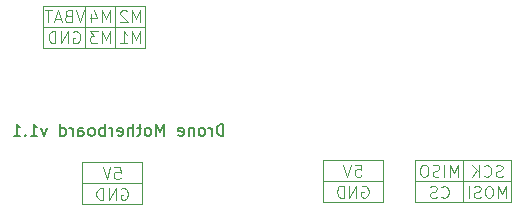
<source format=gbr>
%TF.GenerationSoftware,KiCad,Pcbnew,9.0.0*%
%TF.CreationDate,2025-05-03T14:05:23-04:00*%
%TF.ProjectId,Drone_ESC_Bridge,44726f6e-655f-4455-9343-5f4272696467,v1.1*%
%TF.SameCoordinates,Original*%
%TF.FileFunction,Legend,Bot*%
%TF.FilePolarity,Positive*%
%FSLAX46Y46*%
G04 Gerber Fmt 4.6, Leading zero omitted, Abs format (unit mm)*
G04 Created by KiCad (PCBNEW 9.0.0) date 2025-05-03 14:05:23*
%MOMM*%
%LPD*%
G01*
G04 APERTURE LIST*
%ADD10C,0.100000*%
%ADD11C,0.200000*%
G04 APERTURE END LIST*
D10*
X140000000Y-124122000D02*
X145080000Y-124122000D01*
X145080000Y-127678000D01*
X140000000Y-127678000D01*
X140000000Y-124122000D01*
X151900000Y-124144000D02*
X151900000Y-127700000D01*
X147836000Y-124144000D02*
X155964000Y-124144000D01*
X155964000Y-127700000D01*
X147836000Y-127700000D01*
X147836000Y-124144000D01*
X124980000Y-112822000D02*
X116344000Y-112822000D01*
X122440000Y-111044000D02*
X122440000Y-114600000D01*
X155964000Y-125922000D02*
X147836000Y-125922000D01*
X119900000Y-111044000D02*
X119900000Y-114600000D01*
X116344000Y-111044000D02*
X124980000Y-111044000D01*
X124980000Y-114600000D01*
X116344000Y-114600000D01*
X116344000Y-111044000D01*
X124700000Y-126100000D02*
X119620000Y-126100000D01*
X119620000Y-124322000D02*
X124700000Y-124322000D01*
X124700000Y-127878000D01*
X119620000Y-127878000D01*
X119620000Y-124322000D01*
X145080000Y-125900000D02*
X140000000Y-125900000D01*
X122921904Y-126544038D02*
X123017142Y-126496419D01*
X123017142Y-126496419D02*
X123159999Y-126496419D01*
X123159999Y-126496419D02*
X123302856Y-126544038D01*
X123302856Y-126544038D02*
X123398094Y-126639276D01*
X123398094Y-126639276D02*
X123445713Y-126734514D01*
X123445713Y-126734514D02*
X123493332Y-126924990D01*
X123493332Y-126924990D02*
X123493332Y-127067847D01*
X123493332Y-127067847D02*
X123445713Y-127258323D01*
X123445713Y-127258323D02*
X123398094Y-127353561D01*
X123398094Y-127353561D02*
X123302856Y-127448800D01*
X123302856Y-127448800D02*
X123159999Y-127496419D01*
X123159999Y-127496419D02*
X123064761Y-127496419D01*
X123064761Y-127496419D02*
X122921904Y-127448800D01*
X122921904Y-127448800D02*
X122874285Y-127401180D01*
X122874285Y-127401180D02*
X122874285Y-127067847D01*
X122874285Y-127067847D02*
X123064761Y-127067847D01*
X122445713Y-127496419D02*
X122445713Y-126496419D01*
X122445713Y-126496419D02*
X121874285Y-127496419D01*
X121874285Y-127496419D02*
X121874285Y-126496419D01*
X121398094Y-127496419D02*
X121398094Y-126496419D01*
X121398094Y-126496419D02*
X121159999Y-126496419D01*
X121159999Y-126496419D02*
X121017142Y-126544038D01*
X121017142Y-126544038D02*
X120921904Y-126639276D01*
X120921904Y-126639276D02*
X120874285Y-126734514D01*
X120874285Y-126734514D02*
X120826666Y-126924990D01*
X120826666Y-126924990D02*
X120826666Y-127067847D01*
X120826666Y-127067847D02*
X120874285Y-127258323D01*
X120874285Y-127258323D02*
X120921904Y-127353561D01*
X120921904Y-127353561D02*
X121017142Y-127448800D01*
X121017142Y-127448800D02*
X121159999Y-127496419D01*
X121159999Y-127496419D02*
X121398094Y-127496419D01*
X122350476Y-124718419D02*
X122826666Y-124718419D01*
X122826666Y-124718419D02*
X122874285Y-125194609D01*
X122874285Y-125194609D02*
X122826666Y-125146990D01*
X122826666Y-125146990D02*
X122731428Y-125099371D01*
X122731428Y-125099371D02*
X122493333Y-125099371D01*
X122493333Y-125099371D02*
X122398095Y-125146990D01*
X122398095Y-125146990D02*
X122350476Y-125194609D01*
X122350476Y-125194609D02*
X122302857Y-125289847D01*
X122302857Y-125289847D02*
X122302857Y-125527942D01*
X122302857Y-125527942D02*
X122350476Y-125623180D01*
X122350476Y-125623180D02*
X122398095Y-125670800D01*
X122398095Y-125670800D02*
X122493333Y-125718419D01*
X122493333Y-125718419D02*
X122731428Y-125718419D01*
X122731428Y-125718419D02*
X122826666Y-125670800D01*
X122826666Y-125670800D02*
X122874285Y-125623180D01*
X122017142Y-124718419D02*
X121683809Y-125718419D01*
X121683809Y-125718419D02*
X121350476Y-124718419D01*
X124519523Y-112440419D02*
X124519523Y-111440419D01*
X124519523Y-111440419D02*
X124186190Y-112154704D01*
X124186190Y-112154704D02*
X123852857Y-111440419D01*
X123852857Y-111440419D02*
X123852857Y-112440419D01*
X123424285Y-111535657D02*
X123376666Y-111488038D01*
X123376666Y-111488038D02*
X123281428Y-111440419D01*
X123281428Y-111440419D02*
X123043333Y-111440419D01*
X123043333Y-111440419D02*
X122948095Y-111488038D01*
X122948095Y-111488038D02*
X122900476Y-111535657D01*
X122900476Y-111535657D02*
X122852857Y-111630895D01*
X122852857Y-111630895D02*
X122852857Y-111726133D01*
X122852857Y-111726133D02*
X122900476Y-111868990D01*
X122900476Y-111868990D02*
X123471904Y-112440419D01*
X123471904Y-112440419D02*
X122852857Y-112440419D01*
X150034666Y-127223180D02*
X150082285Y-127270800D01*
X150082285Y-127270800D02*
X150225142Y-127318419D01*
X150225142Y-127318419D02*
X150320380Y-127318419D01*
X150320380Y-127318419D02*
X150463237Y-127270800D01*
X150463237Y-127270800D02*
X150558475Y-127175561D01*
X150558475Y-127175561D02*
X150606094Y-127080323D01*
X150606094Y-127080323D02*
X150653713Y-126889847D01*
X150653713Y-126889847D02*
X150653713Y-126746990D01*
X150653713Y-126746990D02*
X150606094Y-126556514D01*
X150606094Y-126556514D02*
X150558475Y-126461276D01*
X150558475Y-126461276D02*
X150463237Y-126366038D01*
X150463237Y-126366038D02*
X150320380Y-126318419D01*
X150320380Y-126318419D02*
X150225142Y-126318419D01*
X150225142Y-126318419D02*
X150082285Y-126366038D01*
X150082285Y-126366038D02*
X150034666Y-126413657D01*
X149653713Y-127270800D02*
X149510856Y-127318419D01*
X149510856Y-127318419D02*
X149272761Y-127318419D01*
X149272761Y-127318419D02*
X149177523Y-127270800D01*
X149177523Y-127270800D02*
X149129904Y-127223180D01*
X149129904Y-127223180D02*
X149082285Y-127127942D01*
X149082285Y-127127942D02*
X149082285Y-127032704D01*
X149082285Y-127032704D02*
X149129904Y-126937466D01*
X149129904Y-126937466D02*
X149177523Y-126889847D01*
X149177523Y-126889847D02*
X149272761Y-126842228D01*
X149272761Y-126842228D02*
X149463237Y-126794609D01*
X149463237Y-126794609D02*
X149558475Y-126746990D01*
X149558475Y-126746990D02*
X149606094Y-126699371D01*
X149606094Y-126699371D02*
X149653713Y-126604133D01*
X149653713Y-126604133D02*
X149653713Y-126508895D01*
X149653713Y-126508895D02*
X149606094Y-126413657D01*
X149606094Y-126413657D02*
X149558475Y-126366038D01*
X149558475Y-126366038D02*
X149463237Y-126318419D01*
X149463237Y-126318419D02*
X149225142Y-126318419D01*
X149225142Y-126318419D02*
X149082285Y-126366038D01*
D11*
X131583961Y-122067219D02*
X131583961Y-121067219D01*
X131583961Y-121067219D02*
X131345866Y-121067219D01*
X131345866Y-121067219D02*
X131203009Y-121114838D01*
X131203009Y-121114838D02*
X131107771Y-121210076D01*
X131107771Y-121210076D02*
X131060152Y-121305314D01*
X131060152Y-121305314D02*
X131012533Y-121495790D01*
X131012533Y-121495790D02*
X131012533Y-121638647D01*
X131012533Y-121638647D02*
X131060152Y-121829123D01*
X131060152Y-121829123D02*
X131107771Y-121924361D01*
X131107771Y-121924361D02*
X131203009Y-122019600D01*
X131203009Y-122019600D02*
X131345866Y-122067219D01*
X131345866Y-122067219D02*
X131583961Y-122067219D01*
X130583961Y-122067219D02*
X130583961Y-121400552D01*
X130583961Y-121591028D02*
X130536342Y-121495790D01*
X130536342Y-121495790D02*
X130488723Y-121448171D01*
X130488723Y-121448171D02*
X130393485Y-121400552D01*
X130393485Y-121400552D02*
X130298247Y-121400552D01*
X129822056Y-122067219D02*
X129917294Y-122019600D01*
X129917294Y-122019600D02*
X129964913Y-121971980D01*
X129964913Y-121971980D02*
X130012532Y-121876742D01*
X130012532Y-121876742D02*
X130012532Y-121591028D01*
X130012532Y-121591028D02*
X129964913Y-121495790D01*
X129964913Y-121495790D02*
X129917294Y-121448171D01*
X129917294Y-121448171D02*
X129822056Y-121400552D01*
X129822056Y-121400552D02*
X129679199Y-121400552D01*
X129679199Y-121400552D02*
X129583961Y-121448171D01*
X129583961Y-121448171D02*
X129536342Y-121495790D01*
X129536342Y-121495790D02*
X129488723Y-121591028D01*
X129488723Y-121591028D02*
X129488723Y-121876742D01*
X129488723Y-121876742D02*
X129536342Y-121971980D01*
X129536342Y-121971980D02*
X129583961Y-122019600D01*
X129583961Y-122019600D02*
X129679199Y-122067219D01*
X129679199Y-122067219D02*
X129822056Y-122067219D01*
X129060151Y-121400552D02*
X129060151Y-122067219D01*
X129060151Y-121495790D02*
X129012532Y-121448171D01*
X129012532Y-121448171D02*
X128917294Y-121400552D01*
X128917294Y-121400552D02*
X128774437Y-121400552D01*
X128774437Y-121400552D02*
X128679199Y-121448171D01*
X128679199Y-121448171D02*
X128631580Y-121543409D01*
X128631580Y-121543409D02*
X128631580Y-122067219D01*
X127774437Y-122019600D02*
X127869675Y-122067219D01*
X127869675Y-122067219D02*
X128060151Y-122067219D01*
X128060151Y-122067219D02*
X128155389Y-122019600D01*
X128155389Y-122019600D02*
X128203008Y-121924361D01*
X128203008Y-121924361D02*
X128203008Y-121543409D01*
X128203008Y-121543409D02*
X128155389Y-121448171D01*
X128155389Y-121448171D02*
X128060151Y-121400552D01*
X128060151Y-121400552D02*
X127869675Y-121400552D01*
X127869675Y-121400552D02*
X127774437Y-121448171D01*
X127774437Y-121448171D02*
X127726818Y-121543409D01*
X127726818Y-121543409D02*
X127726818Y-121638647D01*
X127726818Y-121638647D02*
X128203008Y-121733885D01*
X126536341Y-122067219D02*
X126536341Y-121067219D01*
X126536341Y-121067219D02*
X126203008Y-121781504D01*
X126203008Y-121781504D02*
X125869675Y-121067219D01*
X125869675Y-121067219D02*
X125869675Y-122067219D01*
X125250627Y-122067219D02*
X125345865Y-122019600D01*
X125345865Y-122019600D02*
X125393484Y-121971980D01*
X125393484Y-121971980D02*
X125441103Y-121876742D01*
X125441103Y-121876742D02*
X125441103Y-121591028D01*
X125441103Y-121591028D02*
X125393484Y-121495790D01*
X125393484Y-121495790D02*
X125345865Y-121448171D01*
X125345865Y-121448171D02*
X125250627Y-121400552D01*
X125250627Y-121400552D02*
X125107770Y-121400552D01*
X125107770Y-121400552D02*
X125012532Y-121448171D01*
X125012532Y-121448171D02*
X124964913Y-121495790D01*
X124964913Y-121495790D02*
X124917294Y-121591028D01*
X124917294Y-121591028D02*
X124917294Y-121876742D01*
X124917294Y-121876742D02*
X124964913Y-121971980D01*
X124964913Y-121971980D02*
X125012532Y-122019600D01*
X125012532Y-122019600D02*
X125107770Y-122067219D01*
X125107770Y-122067219D02*
X125250627Y-122067219D01*
X124631579Y-121400552D02*
X124250627Y-121400552D01*
X124488722Y-121067219D02*
X124488722Y-121924361D01*
X124488722Y-121924361D02*
X124441103Y-122019600D01*
X124441103Y-122019600D02*
X124345865Y-122067219D01*
X124345865Y-122067219D02*
X124250627Y-122067219D01*
X123917293Y-122067219D02*
X123917293Y-121067219D01*
X123488722Y-122067219D02*
X123488722Y-121543409D01*
X123488722Y-121543409D02*
X123536341Y-121448171D01*
X123536341Y-121448171D02*
X123631579Y-121400552D01*
X123631579Y-121400552D02*
X123774436Y-121400552D01*
X123774436Y-121400552D02*
X123869674Y-121448171D01*
X123869674Y-121448171D02*
X123917293Y-121495790D01*
X122631579Y-122019600D02*
X122726817Y-122067219D01*
X122726817Y-122067219D02*
X122917293Y-122067219D01*
X122917293Y-122067219D02*
X123012531Y-122019600D01*
X123012531Y-122019600D02*
X123060150Y-121924361D01*
X123060150Y-121924361D02*
X123060150Y-121543409D01*
X123060150Y-121543409D02*
X123012531Y-121448171D01*
X123012531Y-121448171D02*
X122917293Y-121400552D01*
X122917293Y-121400552D02*
X122726817Y-121400552D01*
X122726817Y-121400552D02*
X122631579Y-121448171D01*
X122631579Y-121448171D02*
X122583960Y-121543409D01*
X122583960Y-121543409D02*
X122583960Y-121638647D01*
X122583960Y-121638647D02*
X123060150Y-121733885D01*
X122155388Y-122067219D02*
X122155388Y-121400552D01*
X122155388Y-121591028D02*
X122107769Y-121495790D01*
X122107769Y-121495790D02*
X122060150Y-121448171D01*
X122060150Y-121448171D02*
X121964912Y-121400552D01*
X121964912Y-121400552D02*
X121869674Y-121400552D01*
X121536340Y-122067219D02*
X121536340Y-121067219D01*
X121536340Y-121448171D02*
X121441102Y-121400552D01*
X121441102Y-121400552D02*
X121250626Y-121400552D01*
X121250626Y-121400552D02*
X121155388Y-121448171D01*
X121155388Y-121448171D02*
X121107769Y-121495790D01*
X121107769Y-121495790D02*
X121060150Y-121591028D01*
X121060150Y-121591028D02*
X121060150Y-121876742D01*
X121060150Y-121876742D02*
X121107769Y-121971980D01*
X121107769Y-121971980D02*
X121155388Y-122019600D01*
X121155388Y-122019600D02*
X121250626Y-122067219D01*
X121250626Y-122067219D02*
X121441102Y-122067219D01*
X121441102Y-122067219D02*
X121536340Y-122019600D01*
X120488721Y-122067219D02*
X120583959Y-122019600D01*
X120583959Y-122019600D02*
X120631578Y-121971980D01*
X120631578Y-121971980D02*
X120679197Y-121876742D01*
X120679197Y-121876742D02*
X120679197Y-121591028D01*
X120679197Y-121591028D02*
X120631578Y-121495790D01*
X120631578Y-121495790D02*
X120583959Y-121448171D01*
X120583959Y-121448171D02*
X120488721Y-121400552D01*
X120488721Y-121400552D02*
X120345864Y-121400552D01*
X120345864Y-121400552D02*
X120250626Y-121448171D01*
X120250626Y-121448171D02*
X120203007Y-121495790D01*
X120203007Y-121495790D02*
X120155388Y-121591028D01*
X120155388Y-121591028D02*
X120155388Y-121876742D01*
X120155388Y-121876742D02*
X120203007Y-121971980D01*
X120203007Y-121971980D02*
X120250626Y-122019600D01*
X120250626Y-122019600D02*
X120345864Y-122067219D01*
X120345864Y-122067219D02*
X120488721Y-122067219D01*
X119298245Y-122067219D02*
X119298245Y-121543409D01*
X119298245Y-121543409D02*
X119345864Y-121448171D01*
X119345864Y-121448171D02*
X119441102Y-121400552D01*
X119441102Y-121400552D02*
X119631578Y-121400552D01*
X119631578Y-121400552D02*
X119726816Y-121448171D01*
X119298245Y-122019600D02*
X119393483Y-122067219D01*
X119393483Y-122067219D02*
X119631578Y-122067219D01*
X119631578Y-122067219D02*
X119726816Y-122019600D01*
X119726816Y-122019600D02*
X119774435Y-121924361D01*
X119774435Y-121924361D02*
X119774435Y-121829123D01*
X119774435Y-121829123D02*
X119726816Y-121733885D01*
X119726816Y-121733885D02*
X119631578Y-121686266D01*
X119631578Y-121686266D02*
X119393483Y-121686266D01*
X119393483Y-121686266D02*
X119298245Y-121638647D01*
X118822054Y-122067219D02*
X118822054Y-121400552D01*
X118822054Y-121591028D02*
X118774435Y-121495790D01*
X118774435Y-121495790D02*
X118726816Y-121448171D01*
X118726816Y-121448171D02*
X118631578Y-121400552D01*
X118631578Y-121400552D02*
X118536340Y-121400552D01*
X117774435Y-122067219D02*
X117774435Y-121067219D01*
X117774435Y-122019600D02*
X117869673Y-122067219D01*
X117869673Y-122067219D02*
X118060149Y-122067219D01*
X118060149Y-122067219D02*
X118155387Y-122019600D01*
X118155387Y-122019600D02*
X118203006Y-121971980D01*
X118203006Y-121971980D02*
X118250625Y-121876742D01*
X118250625Y-121876742D02*
X118250625Y-121591028D01*
X118250625Y-121591028D02*
X118203006Y-121495790D01*
X118203006Y-121495790D02*
X118155387Y-121448171D01*
X118155387Y-121448171D02*
X118060149Y-121400552D01*
X118060149Y-121400552D02*
X117869673Y-121400552D01*
X117869673Y-121400552D02*
X117774435Y-121448171D01*
X116631577Y-121400552D02*
X116393482Y-122067219D01*
X116393482Y-122067219D02*
X116155387Y-121400552D01*
X115250625Y-122067219D02*
X115822053Y-122067219D01*
X115536339Y-122067219D02*
X115536339Y-121067219D01*
X115536339Y-121067219D02*
X115631577Y-121210076D01*
X115631577Y-121210076D02*
X115726815Y-121305314D01*
X115726815Y-121305314D02*
X115822053Y-121352933D01*
X114822053Y-121971980D02*
X114774434Y-122019600D01*
X114774434Y-122019600D02*
X114822053Y-122067219D01*
X114822053Y-122067219D02*
X114869672Y-122019600D01*
X114869672Y-122019600D02*
X114822053Y-121971980D01*
X114822053Y-121971980D02*
X114822053Y-122067219D01*
X113822054Y-122067219D02*
X114393482Y-122067219D01*
X114107768Y-122067219D02*
X114107768Y-121067219D01*
X114107768Y-121067219D02*
X114203006Y-121210076D01*
X114203006Y-121210076D02*
X114298244Y-121305314D01*
X114298244Y-121305314D02*
X114393482Y-121352933D01*
D10*
X155217713Y-125492800D02*
X155074856Y-125540419D01*
X155074856Y-125540419D02*
X154836761Y-125540419D01*
X154836761Y-125540419D02*
X154741523Y-125492800D01*
X154741523Y-125492800D02*
X154693904Y-125445180D01*
X154693904Y-125445180D02*
X154646285Y-125349942D01*
X154646285Y-125349942D02*
X154646285Y-125254704D01*
X154646285Y-125254704D02*
X154693904Y-125159466D01*
X154693904Y-125159466D02*
X154741523Y-125111847D01*
X154741523Y-125111847D02*
X154836761Y-125064228D01*
X154836761Y-125064228D02*
X155027237Y-125016609D01*
X155027237Y-125016609D02*
X155122475Y-124968990D01*
X155122475Y-124968990D02*
X155170094Y-124921371D01*
X155170094Y-124921371D02*
X155217713Y-124826133D01*
X155217713Y-124826133D02*
X155217713Y-124730895D01*
X155217713Y-124730895D02*
X155170094Y-124635657D01*
X155170094Y-124635657D02*
X155122475Y-124588038D01*
X155122475Y-124588038D02*
X155027237Y-124540419D01*
X155027237Y-124540419D02*
X154789142Y-124540419D01*
X154789142Y-124540419D02*
X154646285Y-124588038D01*
X153646285Y-125445180D02*
X153693904Y-125492800D01*
X153693904Y-125492800D02*
X153836761Y-125540419D01*
X153836761Y-125540419D02*
X153931999Y-125540419D01*
X153931999Y-125540419D02*
X154074856Y-125492800D01*
X154074856Y-125492800D02*
X154170094Y-125397561D01*
X154170094Y-125397561D02*
X154217713Y-125302323D01*
X154217713Y-125302323D02*
X154265332Y-125111847D01*
X154265332Y-125111847D02*
X154265332Y-124968990D01*
X154265332Y-124968990D02*
X154217713Y-124778514D01*
X154217713Y-124778514D02*
X154170094Y-124683276D01*
X154170094Y-124683276D02*
X154074856Y-124588038D01*
X154074856Y-124588038D02*
X153931999Y-124540419D01*
X153931999Y-124540419D02*
X153836761Y-124540419D01*
X153836761Y-124540419D02*
X153693904Y-124588038D01*
X153693904Y-124588038D02*
X153646285Y-124635657D01*
X153217713Y-125540419D02*
X153217713Y-124540419D01*
X152646285Y-125540419D02*
X153074856Y-124968990D01*
X152646285Y-124540419D02*
X153217713Y-125111847D01*
X142730476Y-124518419D02*
X143206666Y-124518419D01*
X143206666Y-124518419D02*
X143254285Y-124994609D01*
X143254285Y-124994609D02*
X143206666Y-124946990D01*
X143206666Y-124946990D02*
X143111428Y-124899371D01*
X143111428Y-124899371D02*
X142873333Y-124899371D01*
X142873333Y-124899371D02*
X142778095Y-124946990D01*
X142778095Y-124946990D02*
X142730476Y-124994609D01*
X142730476Y-124994609D02*
X142682857Y-125089847D01*
X142682857Y-125089847D02*
X142682857Y-125327942D01*
X142682857Y-125327942D02*
X142730476Y-125423180D01*
X142730476Y-125423180D02*
X142778095Y-125470800D01*
X142778095Y-125470800D02*
X142873333Y-125518419D01*
X142873333Y-125518419D02*
X143111428Y-125518419D01*
X143111428Y-125518419D02*
X143206666Y-125470800D01*
X143206666Y-125470800D02*
X143254285Y-125423180D01*
X142397142Y-124518419D02*
X142063809Y-125518419D01*
X142063809Y-125518419D02*
X141730476Y-124518419D01*
X143301904Y-126344038D02*
X143397142Y-126296419D01*
X143397142Y-126296419D02*
X143539999Y-126296419D01*
X143539999Y-126296419D02*
X143682856Y-126344038D01*
X143682856Y-126344038D02*
X143778094Y-126439276D01*
X143778094Y-126439276D02*
X143825713Y-126534514D01*
X143825713Y-126534514D02*
X143873332Y-126724990D01*
X143873332Y-126724990D02*
X143873332Y-126867847D01*
X143873332Y-126867847D02*
X143825713Y-127058323D01*
X143825713Y-127058323D02*
X143778094Y-127153561D01*
X143778094Y-127153561D02*
X143682856Y-127248800D01*
X143682856Y-127248800D02*
X143539999Y-127296419D01*
X143539999Y-127296419D02*
X143444761Y-127296419D01*
X143444761Y-127296419D02*
X143301904Y-127248800D01*
X143301904Y-127248800D02*
X143254285Y-127201180D01*
X143254285Y-127201180D02*
X143254285Y-126867847D01*
X143254285Y-126867847D02*
X143444761Y-126867847D01*
X142825713Y-127296419D02*
X142825713Y-126296419D01*
X142825713Y-126296419D02*
X142254285Y-127296419D01*
X142254285Y-127296419D02*
X142254285Y-126296419D01*
X141778094Y-127296419D02*
X141778094Y-126296419D01*
X141778094Y-126296419D02*
X141539999Y-126296419D01*
X141539999Y-126296419D02*
X141397142Y-126344038D01*
X141397142Y-126344038D02*
X141301904Y-126439276D01*
X141301904Y-126439276D02*
X141254285Y-126534514D01*
X141254285Y-126534514D02*
X141206666Y-126724990D01*
X141206666Y-126724990D02*
X141206666Y-126867847D01*
X141206666Y-126867847D02*
X141254285Y-127058323D01*
X141254285Y-127058323D02*
X141301904Y-127153561D01*
X141301904Y-127153561D02*
X141397142Y-127248800D01*
X141397142Y-127248800D02*
X141539999Y-127296419D01*
X141539999Y-127296419D02*
X141778094Y-127296419D01*
X124519523Y-114218419D02*
X124519523Y-113218419D01*
X124519523Y-113218419D02*
X124186190Y-113932704D01*
X124186190Y-113932704D02*
X123852857Y-113218419D01*
X123852857Y-113218419D02*
X123852857Y-114218419D01*
X122852857Y-114218419D02*
X123424285Y-114218419D01*
X123138571Y-114218419D02*
X123138571Y-113218419D01*
X123138571Y-113218419D02*
X123233809Y-113361276D01*
X123233809Y-113361276D02*
X123329047Y-113456514D01*
X123329047Y-113456514D02*
X123424285Y-113504133D01*
X121979523Y-114218419D02*
X121979523Y-113218419D01*
X121979523Y-113218419D02*
X121646190Y-113932704D01*
X121646190Y-113932704D02*
X121312857Y-113218419D01*
X121312857Y-113218419D02*
X121312857Y-114218419D01*
X120931904Y-113218419D02*
X120312857Y-113218419D01*
X120312857Y-113218419D02*
X120646190Y-113599371D01*
X120646190Y-113599371D02*
X120503333Y-113599371D01*
X120503333Y-113599371D02*
X120408095Y-113646990D01*
X120408095Y-113646990D02*
X120360476Y-113694609D01*
X120360476Y-113694609D02*
X120312857Y-113789847D01*
X120312857Y-113789847D02*
X120312857Y-114027942D01*
X120312857Y-114027942D02*
X120360476Y-114123180D01*
X120360476Y-114123180D02*
X120408095Y-114170800D01*
X120408095Y-114170800D02*
X120503333Y-114218419D01*
X120503333Y-114218419D02*
X120789047Y-114218419D01*
X120789047Y-114218419D02*
X120884285Y-114170800D01*
X120884285Y-114170800D02*
X120931904Y-114123180D01*
X118883904Y-113266038D02*
X118979142Y-113218419D01*
X118979142Y-113218419D02*
X119121999Y-113218419D01*
X119121999Y-113218419D02*
X119264856Y-113266038D01*
X119264856Y-113266038D02*
X119360094Y-113361276D01*
X119360094Y-113361276D02*
X119407713Y-113456514D01*
X119407713Y-113456514D02*
X119455332Y-113646990D01*
X119455332Y-113646990D02*
X119455332Y-113789847D01*
X119455332Y-113789847D02*
X119407713Y-113980323D01*
X119407713Y-113980323D02*
X119360094Y-114075561D01*
X119360094Y-114075561D02*
X119264856Y-114170800D01*
X119264856Y-114170800D02*
X119121999Y-114218419D01*
X119121999Y-114218419D02*
X119026761Y-114218419D01*
X119026761Y-114218419D02*
X118883904Y-114170800D01*
X118883904Y-114170800D02*
X118836285Y-114123180D01*
X118836285Y-114123180D02*
X118836285Y-113789847D01*
X118836285Y-113789847D02*
X119026761Y-113789847D01*
X118407713Y-114218419D02*
X118407713Y-113218419D01*
X118407713Y-113218419D02*
X117836285Y-114218419D01*
X117836285Y-114218419D02*
X117836285Y-113218419D01*
X117360094Y-114218419D02*
X117360094Y-113218419D01*
X117360094Y-113218419D02*
X117121999Y-113218419D01*
X117121999Y-113218419D02*
X116979142Y-113266038D01*
X116979142Y-113266038D02*
X116883904Y-113361276D01*
X116883904Y-113361276D02*
X116836285Y-113456514D01*
X116836285Y-113456514D02*
X116788666Y-113646990D01*
X116788666Y-113646990D02*
X116788666Y-113789847D01*
X116788666Y-113789847D02*
X116836285Y-113980323D01*
X116836285Y-113980323D02*
X116883904Y-114075561D01*
X116883904Y-114075561D02*
X116979142Y-114170800D01*
X116979142Y-114170800D02*
X117121999Y-114218419D01*
X117121999Y-114218419D02*
X117360094Y-114218419D01*
X121979523Y-112440419D02*
X121979523Y-111440419D01*
X121979523Y-111440419D02*
X121646190Y-112154704D01*
X121646190Y-112154704D02*
X121312857Y-111440419D01*
X121312857Y-111440419D02*
X121312857Y-112440419D01*
X120408095Y-111773752D02*
X120408095Y-112440419D01*
X120646190Y-111392800D02*
X120884285Y-112107085D01*
X120884285Y-112107085D02*
X120265238Y-112107085D01*
X155503427Y-127318419D02*
X155503427Y-126318419D01*
X155503427Y-126318419D02*
X155170094Y-127032704D01*
X155170094Y-127032704D02*
X154836761Y-126318419D01*
X154836761Y-126318419D02*
X154836761Y-127318419D01*
X154170094Y-126318419D02*
X153979618Y-126318419D01*
X153979618Y-126318419D02*
X153884380Y-126366038D01*
X153884380Y-126366038D02*
X153789142Y-126461276D01*
X153789142Y-126461276D02*
X153741523Y-126651752D01*
X153741523Y-126651752D02*
X153741523Y-126985085D01*
X153741523Y-126985085D02*
X153789142Y-127175561D01*
X153789142Y-127175561D02*
X153884380Y-127270800D01*
X153884380Y-127270800D02*
X153979618Y-127318419D01*
X153979618Y-127318419D02*
X154170094Y-127318419D01*
X154170094Y-127318419D02*
X154265332Y-127270800D01*
X154265332Y-127270800D02*
X154360570Y-127175561D01*
X154360570Y-127175561D02*
X154408189Y-126985085D01*
X154408189Y-126985085D02*
X154408189Y-126651752D01*
X154408189Y-126651752D02*
X154360570Y-126461276D01*
X154360570Y-126461276D02*
X154265332Y-126366038D01*
X154265332Y-126366038D02*
X154170094Y-126318419D01*
X153360570Y-127270800D02*
X153217713Y-127318419D01*
X153217713Y-127318419D02*
X152979618Y-127318419D01*
X152979618Y-127318419D02*
X152884380Y-127270800D01*
X152884380Y-127270800D02*
X152836761Y-127223180D01*
X152836761Y-127223180D02*
X152789142Y-127127942D01*
X152789142Y-127127942D02*
X152789142Y-127032704D01*
X152789142Y-127032704D02*
X152836761Y-126937466D01*
X152836761Y-126937466D02*
X152884380Y-126889847D01*
X152884380Y-126889847D02*
X152979618Y-126842228D01*
X152979618Y-126842228D02*
X153170094Y-126794609D01*
X153170094Y-126794609D02*
X153265332Y-126746990D01*
X153265332Y-126746990D02*
X153312951Y-126699371D01*
X153312951Y-126699371D02*
X153360570Y-126604133D01*
X153360570Y-126604133D02*
X153360570Y-126508895D01*
X153360570Y-126508895D02*
X153312951Y-126413657D01*
X153312951Y-126413657D02*
X153265332Y-126366038D01*
X153265332Y-126366038D02*
X153170094Y-126318419D01*
X153170094Y-126318419D02*
X152931999Y-126318419D01*
X152931999Y-126318419D02*
X152789142Y-126366038D01*
X152360570Y-127318419D02*
X152360570Y-126318419D01*
X119764856Y-111440419D02*
X119431523Y-112440419D01*
X119431523Y-112440419D02*
X119098190Y-111440419D01*
X118431523Y-111916609D02*
X118288666Y-111964228D01*
X118288666Y-111964228D02*
X118241047Y-112011847D01*
X118241047Y-112011847D02*
X118193428Y-112107085D01*
X118193428Y-112107085D02*
X118193428Y-112249942D01*
X118193428Y-112249942D02*
X118241047Y-112345180D01*
X118241047Y-112345180D02*
X118288666Y-112392800D01*
X118288666Y-112392800D02*
X118383904Y-112440419D01*
X118383904Y-112440419D02*
X118764856Y-112440419D01*
X118764856Y-112440419D02*
X118764856Y-111440419D01*
X118764856Y-111440419D02*
X118431523Y-111440419D01*
X118431523Y-111440419D02*
X118336285Y-111488038D01*
X118336285Y-111488038D02*
X118288666Y-111535657D01*
X118288666Y-111535657D02*
X118241047Y-111630895D01*
X118241047Y-111630895D02*
X118241047Y-111726133D01*
X118241047Y-111726133D02*
X118288666Y-111821371D01*
X118288666Y-111821371D02*
X118336285Y-111868990D01*
X118336285Y-111868990D02*
X118431523Y-111916609D01*
X118431523Y-111916609D02*
X118764856Y-111916609D01*
X117812475Y-112154704D02*
X117336285Y-112154704D01*
X117907713Y-112440419D02*
X117574380Y-111440419D01*
X117574380Y-111440419D02*
X117241047Y-112440419D01*
X117050570Y-111440419D02*
X116479142Y-111440419D01*
X116764856Y-112440419D02*
X116764856Y-111440419D01*
X151439427Y-125535419D02*
X151439427Y-124535419D01*
X151439427Y-124535419D02*
X151106094Y-125249704D01*
X151106094Y-125249704D02*
X150772761Y-124535419D01*
X150772761Y-124535419D02*
X150772761Y-125535419D01*
X150296570Y-125535419D02*
X150296570Y-124535419D01*
X149867999Y-125487800D02*
X149725142Y-125535419D01*
X149725142Y-125535419D02*
X149487047Y-125535419D01*
X149487047Y-125535419D02*
X149391809Y-125487800D01*
X149391809Y-125487800D02*
X149344190Y-125440180D01*
X149344190Y-125440180D02*
X149296571Y-125344942D01*
X149296571Y-125344942D02*
X149296571Y-125249704D01*
X149296571Y-125249704D02*
X149344190Y-125154466D01*
X149344190Y-125154466D02*
X149391809Y-125106847D01*
X149391809Y-125106847D02*
X149487047Y-125059228D01*
X149487047Y-125059228D02*
X149677523Y-125011609D01*
X149677523Y-125011609D02*
X149772761Y-124963990D01*
X149772761Y-124963990D02*
X149820380Y-124916371D01*
X149820380Y-124916371D02*
X149867999Y-124821133D01*
X149867999Y-124821133D02*
X149867999Y-124725895D01*
X149867999Y-124725895D02*
X149820380Y-124630657D01*
X149820380Y-124630657D02*
X149772761Y-124583038D01*
X149772761Y-124583038D02*
X149677523Y-124535419D01*
X149677523Y-124535419D02*
X149439428Y-124535419D01*
X149439428Y-124535419D02*
X149296571Y-124583038D01*
X148677523Y-124535419D02*
X148487047Y-124535419D01*
X148487047Y-124535419D02*
X148391809Y-124583038D01*
X148391809Y-124583038D02*
X148296571Y-124678276D01*
X148296571Y-124678276D02*
X148248952Y-124868752D01*
X148248952Y-124868752D02*
X148248952Y-125202085D01*
X148248952Y-125202085D02*
X148296571Y-125392561D01*
X148296571Y-125392561D02*
X148391809Y-125487800D01*
X148391809Y-125487800D02*
X148487047Y-125535419D01*
X148487047Y-125535419D02*
X148677523Y-125535419D01*
X148677523Y-125535419D02*
X148772761Y-125487800D01*
X148772761Y-125487800D02*
X148867999Y-125392561D01*
X148867999Y-125392561D02*
X148915618Y-125202085D01*
X148915618Y-125202085D02*
X148915618Y-124868752D01*
X148915618Y-124868752D02*
X148867999Y-124678276D01*
X148867999Y-124678276D02*
X148772761Y-124583038D01*
X148772761Y-124583038D02*
X148677523Y-124535419D01*
M02*

</source>
